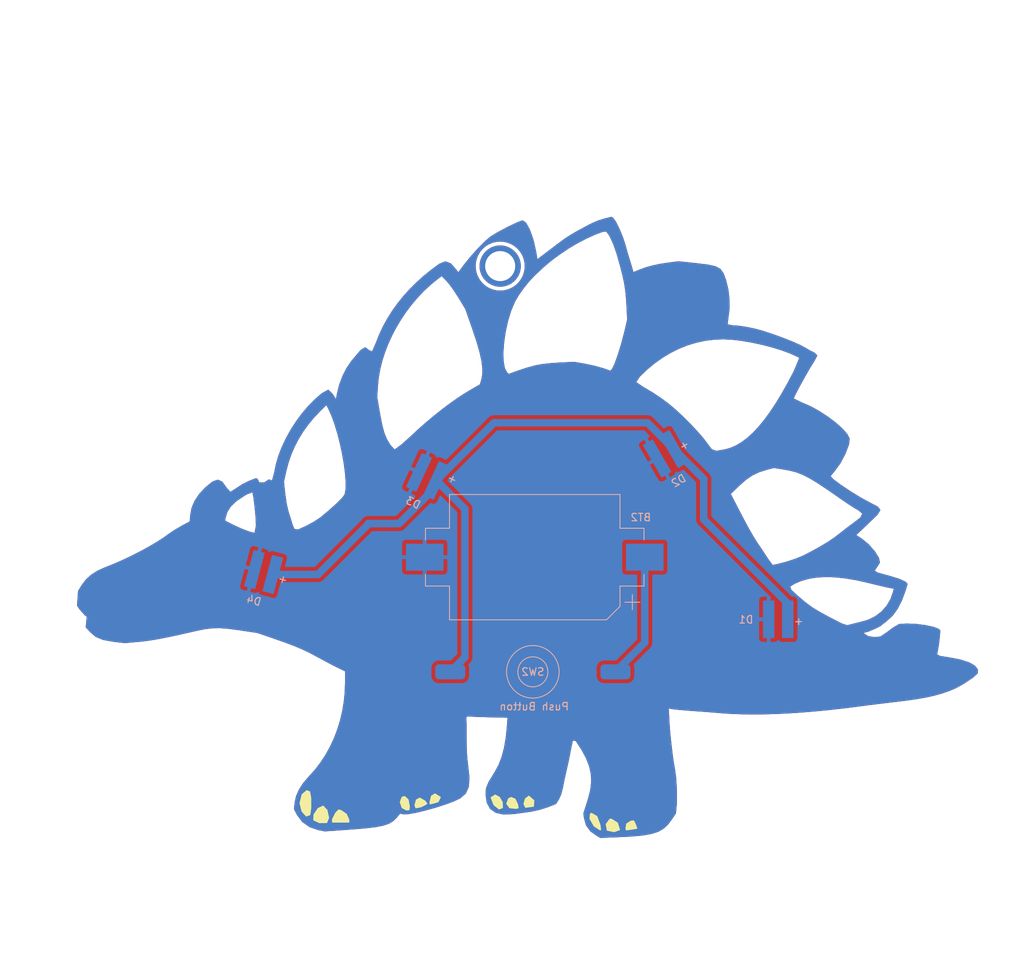
<source format=kicad_pcb>
(kicad_pcb (version 20221018) (generator pcbnew)
  (layers (0 "F.Cu" signal) (31 "B.Cu" signal) (34 "B.Paste" user) (35 "F.Paste" user) (36 "B.SilkS" user "B.Silkscreen") (37 "F.SilkS" user "F.Silkscreen") (38 "B.Mask" user) (39 "F.Mask" user) (44 "Edge.Cuts" user))
  (net 0 "")
  (net 1 "+3V0")
  (net 2 "GND")
  (net 3 "VCC")
  (footprint "Binary_Kitchen:dino" (layer "F.Cu") (at 13.9 -4)
    (fp_text reference "svg2mod" hide)
    (fp_text value "G***" hide)
    (fp_poly (pts (xy 70.174183 105.73156) (xy 69.661164 106.107041) (xy 69.440486 106.846406) (xy 69.685524 107.36904) (xy 70.841391 107.22103) (xy 70.902475 106.373665) (xy 70.174183 105.73156)) (fill solid) (layer "F.SilkS"))
    (fp_poly (pts (xy 65.682275 105.58825) (xy 65.064904 105.981655) (xy 65.463788 107.00959) (xy 66.195528 107.600693) (xy 66.71128 107.39018) (xy 66.700285 106.625929) (xy 66.289617 105.906875) (xy 65.682275 105.58825)) (fill solid) (layer "F.SilkS"))
    (fp_poly (pts (xy 42.783411 107.05891) (xy 42.054403 107.408776) (xy 41.49058 108.252027) (xy 41.460742 109.03704) (xy 42.268958 109.412144) (xy 43.295565 109.39649) (xy 43.578149 108.705429) (xy 43.346563 107.648531) (xy 42.783411 107.05891)) (fill solid) (layer "F.SilkS"))
    (fp_poly (pts (xy 55.643613 105.99232) (xy 55.138443 106.268463) (xy 54.927068 107.02132) (xy 55.084053 107.43973) (xy 55.808065 107.30089) (xy 56.482321 106.96495) (xy 56.667918 106.79344) (xy 56.364855 106.40816) (xy 55.643613 105.99232)) (fill solid) (layer "F.SilkS"))
    (fp_poly (pts (xy 57.671079 105.44259) (xy 57.148875 105.751173) (xy 56.947488 106.55147) (xy 56.947488 106.92266) (xy 57.344523 106.84276) (xy 58.138594 106.61254) (xy 58.461331 105.929035) (xy 57.671079 105.44257) (xy 57.671079 105.44259)) (fill solid) (layer "F.SilkS"))
    (fp_poly (pts (xy 81.164322 108.80916) (xy 80.910595 108.83506) (xy 80.393609 109.538165) (xy 80.555847 110.41146) (xy 81.534465 110.615815) (xy 82.322539 110.32916) (xy 82.017998 109.344804) (xy 81.164322 108.80915) (xy 81.164322 108.80916)) (fill solid) (layer "F.SilkS"))
    (fp_poly (pts (xy 84.169107 109.03704) (xy 83.729784 109.08164) (xy 83.131567 109.465305) (xy 83.022637 110.13649) (xy 83.116617 110.38316) (xy 83.849606 110.28456) (xy 84.629583 110.14361) (xy 84.420493 109.56802) (xy 84.169107 109.03704)) (fill solid) (layer "F.SilkS"))
    (fp_poly (pts (xy 44.829673 107.57811) (xy 44.392699 108.01509) (xy 43.955725 108.89609) (xy 43.955725 109.34011) (xy 45.111592 109.34011) (xy 46.26511 109.34011) (xy 46.26271 108.94307) (xy 45.917205 108.173923) (xy 45.198465 107.67209) (xy 44.829673 107.57811)) (fill solid) (layer "F.SilkS"))
    (fp_poly (pts (xy 53.639639 105.78556) (xy 53.237905 105.90068) (xy 52.975341 106.604392) (xy 53.23666 107.390238) (xy 53.84403 107.72375) (xy 54.276306 107.68145) (xy 54.323286 107.19514) (xy 54.15687 106.254564) (xy 53.639634 105.78555) (xy 53.639639 105.78556)) (fill solid) (layer "F.SilkS"))
    (fp_poly (pts (xy 67.799016 105.91712) (xy 67.406679 106.11682) (xy 67.152375 106.845114) (xy 67.594736 107.423876) (xy 68.473272 107.51231) (xy 68.813924 107.42311) (xy 68.731694 106.90156) (xy 68.380229 106.153086) (xy 67.799012 105.9172) (xy 67.799016 105.91712)) (fill solid) (layer "F.SilkS"))
    (fp_poly (pts (xy 78.518983 108.03858) (xy 78.302845 108.11848) (xy 78.234902 108.839654) (xy 78.811198 109.834726) (xy 79.592624 110.34564) (xy 79.794667 110.35064) (xy 79.710097 109.63644) (xy 79.264734 108.456145) (xy 78.51899 108.0389) (xy 78.518983 108.03858)) (fill solid) (layer "F.SilkS"))
    (fp_poly (pts (xy 40.577396 105.01267) (xy 39.922054 105.565909) (xy 39.625919 106.74647) (xy 39.908627 107.863737) (xy 40.510844 108.530896) (xy 41.063706 108.33931) (xy 41.20014 107.393242) (xy 41.189857 106.010425) (xy 41.040216 105.18417) (xy 40.577398 105.01267) (xy 40.577396 105.01267)) (fill solid) (layer "F.SilkS"))
    (fp_poly (pts (xy 81.197154 28.617824) (xy 80.250468 28.855272) (xy 79.339927 29.133683) (xy 78.321169 29.591273) (xy 76.794417 30.407387) (xy 75.746247 31.008545) (xy 74.876867 31.577522) (xy 73.89842 32.302622) (xy 73.120352 32.896244) (xy 72.249958 33.556373) (xy 71.313839 34.263744) (xy 71.137307 33.219469) (xy 70.78669 31.684774) (xy 70.320972 30.362611) (xy 69.818673 29.435481) (xy 69.358311 29.085882) (xy 68.638975 29.347332) (xy 67.346546 29.965261) (xy 65.976099 30.690036) (xy 65.022707 31.272022) (xy 64.260886 31.935524) (xy 63.302721 32.9099) (xy 62.318625 34.0128) (xy 61.47901 35.061869) (xy 60.77226 36.017256) (xy 60.597592 35.763024) (xy 59.794913 34.838908) (xy 59.048045 34.559066) (xy 58.243624 34.880985) (xy 57.153569 35.682191) (xy 56.124108 36.519609) (xy 55.156426 37.39176) (xy 54.251709 38.297165) (xy 53.411142 39.234344) (xy 52.635911 40.201819) (xy 51.9272 41.198108) (xy 51.286195 42.221734) (xy 50.714082 43.271217) (xy 50.212045 44.345077) (xy 49.781269 45.441835) (xy 49.284506 46.572609) (xy 48.858205 46.359305) (xy 48.38159 45.991689) (xy 47.742436 46.392052) (xy 46.547126 47.806992) (xy 45.910502 48.733496) (xy 45.361603 49.794776) (xy 44.927926 50.929282) (xy 44.636973 52.075465) (xy 44.481575 52.910885) (xy 44.074432 52.25697) (xy 43.465654 51.644733) (xy 42.562099 52.156267) (xy 41.64431 52.952212) (xy 40.762555 53.852142) (xy 39.927227 54.838668) (xy 39.14872 55.894403) (xy 38.437427 57.001956) (xy 37.803741 58.143941) (xy 37.258057 59.302967) (xy 36.810766 60.461647) (xy 36.472263 61.602592) (xy 36.25294 62.708413) (xy 35.965765 63.760768) (xy 35.545039 63.605976) (xy 34.940137 64.011892) (xy 34.285601 64.026194) (xy 34.079854 63.592322) (xy 33.874107 63.422006) (xy 32.888883 63.812988) (xy 31.996498 64.252272) (xy 31.234205 64.759673) (xy 30.423195 65.273545) (xy 29.930106 64.714914) (xy 29.356302 63.913246) (xy 28.75775 63.641883) (xy 28.030078 63.899732) (xy 27.068918 64.685697) (xy 26.251401 65.569963) (xy 25.645233 66.479707) (xy 25.252391 67.411159) (xy 25.07485 68.360549) (xy 25.013312 69.206536) (xy 23.923661 69.794562) (xy 23.002099 70.328932) (xy 22.316846 70.788487) (xy 21.557825 71.339382) (xy 20.634391 71.933981) (xy 19.582883 72.553118) (xy 18.439639 73.177626) (xy 17.240999 73.788335) (xy 16.023302 74.366079) (xy 14.822888 74.89169) (xy 13.676095 75.346) (xy 12.708947 75.782552) (xy 11.872744 76.320851) (xy 11.17801 76.952758) (xy 10.635266 77.670133) (xy 10.139858 78.479446) (xy 10.070237 79.456589) (xy 10.000002 80.433731) (xy 10.364876 80.970787) (xy 11.011953 81.704887) (xy 11.294156 81.902554) (xy 11.225786 82.61179) (xy 11.158029 83.321027) (xy 11.715597 83.940132) (xy 12.485636 84.60093) (xy 13.475611 85.008978) (xy 14.919283 85.260394) (xy 16.3707 85.43071) (xy 18.243557 85.264123) (xy 19.104302 85.170498) (xy 20.060237 85.030606) (xy 21.165269 84.834166) (xy 22.473303 84.570899) (xy 24.038245 84.230524) (xy 25.914002 83.80276) (xy 27.027746 83.575445) (xy 28.025515 83.455043) (xy 29.035232 83.439596) (xy 30.184817 83.527146) (xy 31.602192 83.715734) (xy 33.989727 84.072528) (xy 36.050305 84.778656) (xy 37.653124 85.34068) (xy 38.933741 85.823758) (xy 40.008744 86.277009) (xy 40.994722 86.749554) (xy 42.008264 87.29051) (xy 42.95145 87.803753) (xy 43.897857 88.302581) (xy 44.642571 88.679146) (xy 45.68871 89.187609) (xy 45.68871 90.68378) (xy 45.64528 91.976388) (xy 45.516553 93.25528) (xy 45.304875 94.514338) (xy 45.012594 95.747444) (xy 44.642055 96.948481) (xy 44.195604 98.11133) (xy 43.675589 99.229873) (xy 43.084355 100.297991) (xy 42.424248 101.309568) (xy 41.697615 102.258484) (xy 40.906803 103.138621) (xy 40.136234 104.0272) (xy 39.556328 104.914557) (xy 39.169304 105.796762) (xy 38.977382 106.669886) (xy 38.884136 107.535763) (xy 39.291279 108.330157) (xy 39.986433 109.253548) (xy 40.969364 109.947097) (xy 42.152467 110.349089) (xy 43.018345 110.511946) (xy 46.258704 110.2832) (xy 48.220662 110.126718) (xy 49.69769 109.956709) (xy 50.781662 109.749798) (xy 51.564451 109.482608) (xy 52.13793 109.131767) (xy 52.593971 108.673898) (xy 53.029086 108.145545) (xy 53.484713 108.2363) (xy 54.110985 108.218813) (xy 55.125985 108.039386) (xy 56.386842 107.738136) (xy 57.750688 107.355182) (xy 59.074652 106.930644) (xy 60.215867 106.504641) (xy 61.031462 106.117292) (xy 61.77005 105.487932) (xy 62.173331 104.599092) (xy 62.266434 103.341628) (xy 62.074493 101.606398) (xy 61.961792 100.616203) (xy 61.898075 99.367186) (xy 61.886772 97.925331) (xy 61.885651 96.187995) (xy 61.847607 95.338887) (xy 61.999276 95.182867) (xy 62.458187 95.222009) (xy 63.453086 95.266694) (xy 64.768468 95.307186) (xy 67.320725 95.370588) (xy 67.249239 96.401187) (xy 67.095622 97.968712) (xy 66.861838 99.349741) (xy 66.543063 100.56257) (xy 66.13447 101.625495) (xy 65.631236 102.556813) (xy 64.805616 103.915633) (xy 64.462501 104.736252) (xy 64.394268 105.51497) (xy 64.543727 106.66924) (xy 64.996726 107.509852) (xy 65.760196 108.041608) (xy 66.841068 108.26931) (xy 68.246273 108.19776) (xy 69.40247 108.035472) (xy 70.515706 107.878263) (xy 71.601326 107.643588) (xy 72.691278 107.29521) (xy 73.784659 106.865689) (xy 74.157613 106.290716) (xy 74.47181 105.604721) (xy 74.695912 104.749168) (xy 74.919737 103.621813) (xy 75.225508 102.267773) (xy 75.435954 101.338898) (xy 75.637617 100.360726) (xy 75.786807 99.5452) (xy 76.0277 98.425142) (xy 76.390724 98.447515) (xy 77.16239 99.629736) (xy 77.773742 100.760524) (xy 78.190977 101.833898) (xy 78.418639 102.885489) (xy 78.461271 103.950925) (xy 78.323417 105.065836) (xy 78.00962 106.265853) (xy 77.419729 108.113225) (xy 77.501776 108.727358) (xy 77.779432 109.722154) (xy 78.354975 110.506829) (xy 79.291962 111.167728) (xy 79.6817 111.382177) (xy 81.846705 111.296401) (xy 83.80126 111.197092) (xy 85.33135 111.056996) (xy 86.511906 110.851734) (xy 87.417861 110.556929) (xy 88.124145 110.1482) (xy 88.705693 109.601171) (xy 89.237434 108.891461) (xy 89.755221 108.113229) (xy 89.865246 106.958931) (xy 89.898124 105.91897) (xy 89.862188 104.565088) (xy 89.774012 103.253365) (xy 89.650176 102.339881) (xy 89.491125 101.454431) (xy 89.310322 100.164719) (xy 89.134142 98.691168) (xy 88.988962 97.254198) (xy 88.901157 96.074233) (xy 88.801705 94.139217) (xy 89.366111 94.23743) (xy 90.357951 94.346895) (xy 91.950692 94.47177) (xy 93.195971 94.560546) (xy 94.518171 94.662643) (xy 95.631137 94.755838) (xy 96.596866 94.829649) (xy 97.612391 94.883632) (xy 98.675784 94.917883) (xy 99.785116 94.932496) (xy 100.938456 94.92757) (xy 102.133876 94.903198) (xy 103.369445 94.859479) (xy 104.643236 94.796506) (xy 105.953317 94.714377) (xy 107.29776 94.613188) (xy 108.674635 94.493034) (xy 110.082012 94.354012) (xy 111.517963 94.196217) (xy 112.980558 94.019745) (xy 114.467867 93.824693) (xy 115.329246 93.712287) (xy 116.500853 93.566193) (xy 117.828755 93.405294) (xy 119.159022 93.248477) (xy 120.700954 93.056003) (xy 122.038382 92.857173) (xy 123.209164 92.643362) (xy 124.251158 92.405941) (xy 125.202223 92.136284) (xy 126.100217 91.825763) (xy 126.982998 91.465751) (xy 128.099414 90.845378) (xy 129.314947 90.02513) (xy 129.941778 89.469197) (xy 129.955055 88.918524) (xy 129.564974 88.419569) (xy 128.787033 87.981065) (xy 127.636729 87.611749) (xy 126.129561 87.320354) (xy 124.88676 87.125557) (xy 124.52934 86.916326) (xy 124.627785 86.440801) (xy 124.75982 85.728883) (xy 124.870834 84.797933) (xy 124.967183 83.710768) (xy 124.745268 83.527399) (xy 124.084593 83.262103) (xy 122.93861 83.019853) (xy 121.624177 82.853291) (xy 120.458152 82.815055) (xy 119.475 82.875) (xy 118.706202 83.310284) (xy 117.843122 83.96032) (xy 116.988443 84.534199) (xy 116.2 84.625) (xy 115.338096 84.484653) (xy 114.728044 84.075569) (xy 115.415199 83.889789) (xy 116.325 83.5) (xy 116.975 83.175) (xy 117.825 82.5) (xy 118.625 81.775) (xy 119.283603 80.861469) (xy 119.847322 79.755588) (xy 120.304644 78.522964) (xy 120.616676 77.512877) (xy 120.268594 77.211404) (xy 119.515754 76.862519) (xy 118.132181 76.438765) (xy 116.636746 76.029693) (xy 116.228207 75.776145) (xy 116.475009 75.410031) (xy 116.922555 74.696443) (xy 116.788416 74.065036) (xy 116.229212 73.172635) (xy 115.415136 72.244791) (xy 114.516378 71.507054) (xy 113.774193 71.030914) (xy 115.477362 69.415397) (xy 116.602892 68.32023) (xy 116.990339 67.690302) (xy 116.652687 67.243676) (xy 115.602916 66.698418) (xy 114.369263 66.025792) (xy 112.981605 65.173613) (xy 111.685902 64.306486) (xy 110.728111 63.589014) (xy 110.354191 63.185801) (xy 110.924812 62.492104) (xy 111.657426 61.479049) (xy 112.33038 60.204382) (xy 112.793475 58.996356) (xy 112.896507 58.183228) (xy 112.571793 57.562674) (xy 111.920157 56.822) (xy 111.017673 56.018364) (xy 109.940416 55.208927) (xy 108.764462 54.450848) (xy 107.565885 53.801288) (xy 106.420762 53.317406) (xy 105.447352 52.831321) (xy 105.683675 52.296404) (xy 106.26463 51.191679) (xy 107.000364 49.860557) (xy 107.701026 48.646451) (xy 108.17676 47.892771) (xy 108.597273 47.093437) (xy 108.199735 46.721071) (xy 107.658264 46.461417) (xy 106.949717 46.044157) (xy 106.281053 45.688238) (xy 105.278397 45.24524) (xy 104.047034 44.756926) (xy 102.692249 44.265058) (xy 101.319327 43.811399) (xy 100.302191 43.535697) (xy 99.201838 43.304902) (xy 98.168168 43.146317) (xy 97.351083 43.087243) (xy 96.636703 42.957731) (xy 96.748139 42.036752) (xy 96.898875 40.91346) (xy 96.891426 39.618819) (xy 96.734324 38.289028) (xy 96.436099 37.060287) (xy 96.102302 36.159159) (xy 95.689286 35.575247) (xy 95.021977 35.213713) (xy 93.925303 34.979717) (xy 92.224192 34.778422) (xy 90.076591 34.552785) (xy 88.848325 34.713777) (xy 87.690599 34.890041) (xy 86.675456 35.098572) (xy 85.774112 35.346092) (xy 84.957781 35.639328) (xy 84.088795 35.99177) (xy 83.92718 35.389448) (xy 83.552366 34.156209) (xy 83.316793 33.386791) (xy 83.050741 32.423832) (xy 82.712977 31.377581) (xy 82.259305 30.265536) (xy 81.79825 29.330553) (xy 81.438331 28.81549) (xy 81.197154 28.617824)) (stroke (width 0.00001)) (fill none) (layer "Edge.Cuts"))
    (pad "" thru_hole circle (at 66.35 35.2) (size 5.5 5.5) (drill 4) (layers "*.Cu" "*.Mask"))
    (zone (net 0) (net_name "") (layer "F.Cu") (connect_pads (clearance 0)) (min_thickness 0.254)
      (keepout (tracks not_allowed) (vias not_allowed) (pads not_allowed) (copperpour not_allowed) (footprints not_allowed))
      (fill (thermal_gap 0.508) (thermal_bridge_width 0.508))
      (polygon (pts (xy 47.724509 65.779014) (xy 47.685405 64.768503) (xy 47.5521 63.312379) (xy 47.385754 61.979803) (xy 47.247522 61.339938) (xy 46.419801 61.665664) (xy 45.104579 62.542018) (xy 44.396507 63.231696) (xy 43.922346 63.975597) (xy 43.687439 64.765338) (xy 43.638928 65.111459) (xy 44.649325 65.630209) (xy 45.811407 66.166315) (xy 46.911779 66.586125) (xy 47.536174 66.731589) (xy 47.724505 65.779014)))
    )
    (zone (net 0) (net_name "") (layer "F.Cu") (connect_pads (clearance 0)) (min_thickness 0.254)
      (keepout (tracks not_allowed) (vias not_allowed) (pads not_allowed) (copperpour not_allowed) (footprints not_allowed))
      (fill (thermal_gap 0.508) (thermal_bridge_width 0.508))
      (polygon (pts (xy 126.951242 78.91474) (xy 128.151462 78.614461) (xy 129.211607 78.320011) (xy 130.16483 77.852158) (xy 130.993616 77.226982) (xy 131.680452 76.460565) (xy 132.207822 75.568986) (xy 132.558213 74.568326) (xy 132.652878 74.180434) (xy 132.098218 74.082534) (xy 131.512237 73.956493) (xy 130.509198 73.720163) (xy 129.30625 73.424711) (xy 127.71763 73.065786) (xy 126.240735 72.812928) (xy 124.870915 72.666184) (xy 123.603519 72.625603) (xy 122.433897 72.691232) (xy 121.357398 72.863119) (xy 120.369373 73.141312) (xy 119.465172 73.525859) (xy 118.883579 73.887743) (xy 119.011003 74.313813) (xy 119.960074 75.1807) (xy 120.978709 76.038624) (xy 121.849428 76.678238) (xy 122.851501 77.28547) (xy 124.264198 78.046246) (xy 125.758389 78.812028) (xy 126.452878 79.036494) (xy 126.95129 78.914744)))
    )
    (zone (net 0) (net_name "") (layer "F.Cu") (connect_pads (clearance 0)) (min_thickness 0.254)
      (keepout (tracks not_allowed) (vias not_allowed) (pads not_allowed) (copperpour not_allowed) (footprints not_allowed))
      (fill (thermal_gap 0.508) (thermal_bridge_width 0.508))
      (polygon (pts (xy 54.44263 65.791042) (xy 55.474204 65.224504) (xy 56.301945 64.672388) (xy 57.448494 63.720366) (xy 58.464361 62.802737) (xy 59.208647 62.052974) (xy 59.540455 61.604549) (xy 59.655811 60.918928) (xy 59.669674 59.990038) (xy 59.592284 58.871281) (xy 59.433879 57.616057) (xy 59.204698 56.277767) (xy 58.914982 54.909812) (xy 58.574969 53.565594) (xy 58.194898 52.298513) (xy 57.785009 51.161971) (xy 57.35554 50.209368) (xy 57.109033 49.732677) (xy 56.388254 50.436197) (xy 55.532235 51.328963) (xy 54.754205 52.259699) (xy 54.054919 53.227075) (xy 53.435136 54.22976) (xy 52.89561 55.266423) (xy 52.4371 56.335732) (xy 52.06036 57.436358) (xy 51.766149 58.56697) (xy 51.464972 59.931835) (xy 51.635585 61.52599) (xy 51.835537 62.885065) (xy 52.07669 63.914028) (xy 52.336104 64.718512) (xy 52.579963 65.537881) (xy 52.845192 66.217944) (xy 53.336563 66.284727)))
    )
    (zone (net 0) (net_name "") (layer "F.Cu") (connect_pads (clearance 0)) (min_thickness 0.254)
      (keepout (tracks not_allowed) (vias not_allowed) (pads not_allowed) (copperpour not_allowed) (footprints not_allowed))
      (fill (thermal_gap 0.508) (thermal_bridge_width 0.508))
      (polygon (pts (xy 118.264002 70.603189) (xy 119.484316 70.209891) (xy 120.458197 69.81487) (xy 121.511708 69.285869) (xy 122.794878 68.580946) (xy 123.842016 67.952224) (xy 124.743785 67.342069) (xy 125.59085 66.692847) (xy 126.477295 65.995627) (xy 127.141064 65.507139) (xy 128.200199 64.698556) (xy 128.451985 64.16988) (xy 127.971033 63.764455) (xy 127.42467 63.448741) (xy 126.582004 62.905002) (xy 125.625468 62.250954) (xy 123.900976 61.051213) (xy 122.533586 60.140691) (xy 121.430506 59.47221) (xy 120.498947 58.998597) (xy 119.646118 58.672674) (xy 118.779227 58.447267) (xy 117.805486 58.275199) (xy 116.676234 58.103239) (xy 115.796431 58.329583) (xy 114.750982 58.659772) (xy 113.838836 59.094445) (xy 112.983177 59.677841) (xy 112.107187 60.454198) (xy 110.971076 61.560184) (xy 112.002283 63.56707) (xy 112.753082 65.006303) (xy 113.405965 66.209427) (xy 113.973335 67.198054) (xy 114.467595 67.993796) (xy 114.901148 68.618264) (xy 115.449323 69.451983) (xy 115.990608 70.277528) (xy 116.531892 71.004183) (xy 117.037091 70.912152) (xy 118.264002 70.603186)))
    )
    (zone (net 0) (net_name "") (layer "F.Cu") (connect_pads (clearance 0)) (min_thickness 0.254)
      (keepout (tracks not_allowed) (vias not_allowed) (pads not_allowed) (copperpour not_allowed) (footprints not_allowed))
      (fill (thermal_gap 0.508) (thermal_bridge_width 0.508))
      (polygon (pts (xy 110.168836 55.614325) (xy 110.906141 55.403703) (xy 111.639958 55.083573) (xy 112.372558 54.651367) (xy 113.106213 54.104512) (xy 113.843193 53.440438) (xy 114.58577 52.656574) (xy 115.336215 51.75035) (xy 116.096797 50.719195) (xy 116.86979 49.560538) (xy 117.657463 48.271808) (xy 118.462087 46.850435) (xy 119.285934 45.293849) (xy 119.76633 44.178458) (xy 120.061499 43.423922) (xy 119.812291 43.293198) (xy 118.852702 42.852123) (xy 117.708181 42.428364) (xy 116.432127 42.034565) (xy 115.077937 41.683371) (xy 113.699009 41.387422) (xy 112.348739 41.159365) (xy 111.080526 41.011841) (xy 109.947766 40.957494) (xy 108.736152 41.005828) (xy 107.538089 41.158031) (xy 106.357038 41.412553) (xy 105.196457 41.767844) (xy 104.059806 42.222353) (xy 102.950542 42.774529) (xy 101.872126 43.422824) (xy 100.828017 44.165685) (xy 99.821672 45.001563) (xy 98.856553 45.928907) (xy 98.373905 46.651368) (xy 99.355132 47.320216) (xy 100.513514 47.998002) (xy 101.63684 48.741682) (xy 102.696319 49.531033) (xy 103.663158 50.345835) (xy 104.650123 51.270802) (xy 105.634284 52.256247) (xy 106.539931 53.221482) (xy 107.291356 54.085816) (xy 107.81285 54.768557) (xy 108.429515 55.591312) (xy 109.034197 55.808385)))
    )
    (zone (net 0) (net_name "") (layer "F.Cu") (connect_pads (clearance 0)) (min_thickness 0.254)
      (keepout (tracks not_allowed) (vias not_allowed) (pads not_allowed) (copperpour not_allowed) (footprints not_allowed))
      (fill (thermal_gap 0.508) (thermal_bridge_width 0.508))
      (polygon (pts (xy 67.049283 55.000869) (xy 67.789792 54.349394) (xy 68.44638 53.745875) (xy 69.39377 52.866864) (xy 70.379268 51.99914) (xy 71.386477 51.155438) (xy 72.399003 50.348494) (xy 73.400449 49.591045) (xy 74.374419 48.895825) (xy 75.304518 48.27557) (xy 76.17435 47.743017) (xy 77.54941 46.944489) (xy 77.739405 46.299592) (xy 77.867919 45.603148) (xy 77.871493 44.777264) (xy 77.744583 43.791174) (xy 77.481644 42.614108) (xy 77.07713 41.215299) (xy 76.525496 39.563978) (xy 75.604313 36.937481) (xy 74.662243 35.378046) (xy 74.101004 34.505127) (xy 73.535224 33.71569) (xy 73.08739 33.180644) (xy 72.454607 32.542676) (xy 71.903649 32.962833) (xy 70.982526 33.715769) (xy 70.100091 34.53747) (xy 69.260316 35.420817) (xy 68.467175 36.358691) (xy 67.72464 37.343974) (xy 67.036684 38.369547) (xy 66.407281 39.42829) (xy 65.840403 40.513085) (xy 65.340022 41.616813) (xy 64.910113 42.732355) (xy 64.554648 43.852593) (xy 64.277599 44.970407) (xy 64.082941 46.078679) (xy 63.974645 47.17029) (xy 63.885201 48.685886) (xy 64.264383 50.87841) (xy 64.548596 52.355744) (xy 64.838692 53.432972) (xy 65.189523 54.274294) (xy 65.655947 55.043914) (xy 66.191747 55.626304) (xy 67.049282 55.000875)))
    )
    (zone (net 0) (net_name "") (layer "F.Cu") (connect_pads (clearance 0)) (min_thickness 0.254)
      (keepout (tracks not_allowed) (vias not_allowed) (pads not_allowed) (copperpour not_allowed) (footprints not_allowed))
      (fill (thermal_gap 0.508) (thermal_bridge_width 0.508))
      (polygon (pts (xy 84.914141 44.419024) (xy 85.778342 44.262287) (xy 86.898068 44.131401) (xy 88.096417 44.047045) (xy 90.117212 43.954124) (xy 91.560637 44.206263) (xy 92.861928 44.483367) (xy 93.963625 44.795525) (xy 94.923189 45.132649) (xy 95.138523 44.888472) (xy 95.458034 44.247134) (xy 95.89792 43.02739) (xy 96.365679 41.50836) (xy 96.768808 39.969164) (xy 97.152613 38.325222) (xy 97.072514 36.721458) (xy 96.998418 35.492688) (xy 96.896605 34.445768) (xy 96.743772 33.454895) (xy 96.516619 32.394264) (xy 96.191842 31.138069) (xy 95.746141 29.560507) (xy 95.293089 28.263185) (xy 94.77929 27.163753) (xy 94.358418 26.591041) (xy 93.8639 26.655262) (xy 92.897847 27.018186) (xy 91.668327 27.584054) (xy 90.383408 28.257105) (xy 89.25116 28.941579) (xy 88.197977 29.658599) (xy 87.336576 30.285761) (xy 86.561521 30.907666) (xy 85.767378 31.608913) (xy 84.848714 32.474104) (xy 84.117578 33.253935) (xy 83.373547 34.179615) (xy 82.7077 35.12995) (xy 82.211115 35.983748) (xy 81.714592 37.168914) (xy 81.304394 38.516892) (xy 80.989762 39.944239) (xy 80.77994 41.367511) (xy 80.684168 42.703266) (xy 80.711691 43.86806) (xy 80.871749 44.778451) (xy 81.173586 45.350995) (xy 81.384828 45.562235) (xy 82.568745 45.130159) (xy 83.746072 44.743031) (xy 84.914143 44.419024)))
    )
    (zone (net 0) (net_name "") (layer "B.Cu") (connect_pads (clearance 0)) (min_thickness 0.254)
      (keepout (tracks not_allowed) (vias not_allowed) (pads not_allowed) (copperpour not_allowed) (footprints not_allowed))
      (fill (thermal_gap 0.508) (thermal_bridge_width 0.508))
      (polygon (pts (xy 47.724509 65.779014) (xy 47.685405 64.768503) (xy 47.5521 63.312379) (xy 47.385754 61.979803) (xy 47.247522 61.339938) (xy 46.419801 61.665664) (xy 45.104579 62.542018) (xy 44.396507 63.231696) (xy 43.922346 63.975597) (xy 43.687439 64.765338) (xy 43.638928 65.111459) (xy 44.649325 65.630209) (xy 45.811407 66.166315) (xy 46.911779 66.586125) (xy 47.536174 66.731589) (xy 47.724505 65.779014)))
    )
    (zone (net 0) (net_name "") (layer "B.Cu") (connect_pads (clearance 0)) (min_thickness 0.254)
      (keepout (tracks not_allowed) (vias not_allowed) (pads not_allowed) (copperpour not_allowed) (footprints not_allowed))
      (fill (thermal_gap 0.508) (thermal_bridge_width 0.508))
      (polygon (pts (xy 126.951242 78.91474) (xy 128.151462 78.614461) (xy 129.211607 78.320011) (xy 130.16483 77.852158) (xy 130.993616 77.226982) (xy 131.680452 76.460565) (xy 132.207822 75.568986) (xy 132.558213 74.568326) (xy 132.652878 74.180434) (xy 132.098218 74.082534) (xy 131.512237 73.956493) (xy 130.509198 73.720163) (xy 129.30625 73.424711) (xy 127.71763 73.065786) (xy 126.240735 72.812928) (xy 124.870915 72.666184) (xy 123.603519 72.625603) (xy 122.433897 72.691232) (xy 121.357398 72.863119) (xy 120.369373 73.141312) (xy 119.465172 73.525859) (xy 118.883579 73.887743) (xy 119.011003 74.313813) (xy 119.960074 75.1807) (xy 120.978709 76.038624) (xy 121.849428 76.678238) (xy 122.851501 77.28547) (xy 124.264198 78.046246) (xy 125.758389 78.812028) (xy 126.452878 79.036494) (xy 126.95129 78.914744)))
    )
    (zone (net 0) (net_name "") (layer "B.Cu") (connect_pads (clearance 0)) (min_thickness 0.254)
      (keepout (tracks not_allowed) (vias not_allowed) (pads not_allowed) (copperpour not_allowed) (footprints not_allowed))
      (fill (thermal_gap 0.508) (thermal_bridge_width 0.508))
      (polygon (pts (xy 54.44263 65.791042) (xy 55.474204 65.224504) (xy 56.301945 64.672388) (xy 57.448494 63.720366) (xy 58.464361 62.802737) (xy 59.208647 62.052974) (xy 59.540455 61.604549) (xy 59.655811 60.918928) (xy 59.669674 59.990038) (xy 59.592284 58.871281) (xy 59.433879 57.616057) (xy 59.204698 56.277767) (xy 58.914982 54.909812) (xy 58.574969 53.565594) (xy 58.194898 52.298513) (xy 57.785009 51.161971) (xy 57.35554 50.209368) (xy 57.109033 49.732677) (xy 56.388254 50.436197) (xy 55.532235 51.328963) (xy 54.754205 52.259699) (xy 54.054919 53.227075) (xy 53.435136 54.22976) (xy 52.89561 55.266423) (xy 52.4371 56.335732) (xy 52.06036 57.436358) (xy 51.766149 58.56697) (xy 51.464972 59.931835) (xy 51.635585 61.52599) (xy 51.835537 62.885065) (xy 52.07669 63.914028) (xy 52.336104 64.718512) (xy 52.579963 65.537881) (xy 52.845192 66.217944) (xy 53.336563 66.284727)))
    )
    (zone (net 0) (net_name "") (layer "B.Cu") (connect_pads (clearance 0)) (min_thickness 0.254)
      (keepout (tracks not_allowed) (vias not_allowed) (pads not_allowed) (copperpour not_allowed) (footprints not_allowed))
      (fill (thermal_gap 0.508) (thermal_bridge_width 0.508))
      (polygon (pts (xy 118.264002 70.603189) (xy 119.484316 70.209891) (xy 120.458197 69.81487) (xy 121.511708 69.285869) (xy 122.794878 68.580946) (xy 123.842016 67.952224) (xy 124.743785 67.342069) (xy 125.59085 66.692847) (xy 126.477295 65.995627) (xy 127.141064 65.507139) (xy 128.200199 64.698556) (xy 128.451985 64.16988) (xy 127.971033 63.764455) (xy 127.42467 63.448741) (xy 126.582004 62.905002) (xy 125.625468 62.250954) (xy 123.900976 61.051213) (xy 122.533586 60.140691) (xy 121.430506 59.47221) (xy 120.498947 58.998597) (xy 119.646118 58.672674) (xy 118.779227 58.447267) (xy 117.805486 58.275199) (xy 116.676234 58.103239) (xy 115.796431 58.329583) (xy 114.750982 58.659772) (xy 113.838836 59.094445) (xy 112.983177 59.677841) (xy 112.107187 60.454198) (xy 110.971076 61.560184) (xy 112.002283 63.56707) (xy 112.753082 65.006303) (xy 113.405965 66.209427) (xy 113.973335 67.198054) (xy 114.467595 67.993796) (xy 114.901148 68.618264) (xy 115.449323 69.451983) (xy 115.990608 70.277528) (xy 116.531892 71.004183) (xy 117.037091 70.912152) (xy 118.264002 70.603186)))
    )
    (zone (net 0) (net_name "") (layer "B.Cu") (connect_pads (clearance 0)) (min_thickness 0.254)
      (keepout (tracks not_allowed) (vias not_allowed) (pads not_allowed) (copperpour not_allowed) (footprints not_allowed))
      (fill (thermal_gap 0.508) (thermal_bridge_width 0.508))
      (polygon (pts (xy 110.168836 55.614325) (xy 110.906141 55.403703) (xy 111.639958 55.083573) (xy 112.372558 54.651367) (xy 113.106213 54.104512) (xy 113.843193 53.440438) (xy 114.58577 52.656574) (xy 115.336215 51.75035) (xy 116.096797 50.719195) (xy 116.86979 49.560538) (xy 117.657463 48.271808) (xy 118.462087 46.850435) (xy 119.285934 45.293849) (xy 119.76633 44.178458) (xy 120.061499 43.423922) (xy 119.812291 43.293198) (xy 118.852702 42.852123) (xy 117.708181 42.428364) (xy 116.432127 42.034565) (xy 115.077937 41.683371) (xy 113.699009 41.387422) (xy 112.348739 41.159365) (xy 111.080526 41.011841) (xy 109.947766 40.957494) (xy 108.736152 41.005828) (xy 107.538089 41.158031) (xy 106.357038 41.412553) (xy 105.196457 41.767844) (xy 104.059806 42.222353) (xy 102.950542 42.774529) (xy 101.872126 43.422824) (xy 100.828017 44.165685) (xy 99.821672 45.001563) (xy 98.856553 45.928907) (xy 98.373905 46.651368) (xy 99.355132 47.320216) (xy 100.513514 47.998002) (xy 101.63684 48.741682) (xy 102.696319 49.531033) (xy 103.663158 50.345835) (xy 104.650123 51.270802) (xy 105.634284 52.256247) (xy 106.539931 53.221482) (xy 107.291356 54.085816) (xy 107.81285 54.768557) (xy 108.429515 55.591312) (xy 109.034197 55.808385)))
    )
    (zone (net 0) (net_name "") (layer "B.Cu") (connect_pads (clearance 0)) (min_thickness 0.254)
      (keepout (tracks not_allowed) (vias not_allowed) (pads not_allowed) (copperpour not_allowed) (footprints not_allowed))
      (fill (thermal_gap 0.508) (thermal_bridge_width 0.508))
      (polygon (pts (xy 67.049283 55.000869) (xy 67.789792 54.349394) (xy 68.44638 53.745875) (xy 69.39377 52.866864) (xy 70.379268 51.99914) (xy 71.386477 51.155438) (xy 72.399003 50.348494) (xy 73.400449 49.591045) (xy 74.374419 48.895825) (xy 75.304518 48.27557) (xy 76.17435 47.743017) (xy 77.54941 46.944489) (xy 77.739405 46.299592) (xy 77.867919 45.603148) (xy 77.871493 44.777264) (xy 77.744583 43.791174) (xy 77.481644 42.614108) (xy 77.07713 41.215299) (xy 76.525496 39.563978) (xy 75.604313 36.937481) (xy 74.662243 35.378046) (xy 74.101004 34.505127) (xy 73.535224 33.71569) (xy 73.08739 33.180644) (xy 72.454607 32.542676) (xy 71.903649 32.962833) (xy 70.982526 33.715769) (xy 70.100091 34.53747) (xy 69.260316 35.420817) (xy 68.467175 36.358691) (xy 67.72464 37.343974) (xy 67.036684 38.369547) (xy 66.407281 39.42829) (xy 65.840403 40.513085) (xy 65.340022 41.616813) (xy 64.910113 42.732355) (xy 64.554648 43.852593) (xy 64.277599 44.970407) (xy 64.082941 46.078679) (xy 63.974645 47.17029) (xy 63.885201 48.685886) (xy 64.264383 50.87841) (xy 64.548596 52.355744) (xy 64.838692 53.432972) (xy 65.189523 54.274294) (xy 65.655947 55.043914) (xy 66.191747 55.626304) (xy 67.049282 55.000875)))
    )
    (zone (net 0) (net_name "") (layer "B.Cu") (connect_pads (clearance 0)) (min_thickness 0.254)
      (keepout (tracks not_allowed) (vias not_allowed) (pads not_allowed) (copperpour not_allowed) (footprints not_allowed))
      (fill (thermal_gap 0.508) (thermal_bridge_width 0.508))
      (polygon (pts (xy 84.914141 44.419024) (xy 85.778342 44.262287) (xy 86.898068 44.131401) (xy 88.096417 44.047045) (xy 90.117212 43.954124) (xy 91.560637 44.206263) (xy 92.861928 44.483367) (xy 93.963625 44.795525) (xy 94.923189 45.132649) (xy 95.138523 44.888472) (xy 95.458034 44.247134) (xy 95.89792 43.02739) (xy 96.365679 41.50836) (xy 96.768808 39.969164) (xy 97.152613 38.325222) (xy 97.072514 36.721458) (xy 96.998418 35.492688) (xy 96.896605 34.445768) (xy 96.743772 33.454895) (xy 96.516619 32.394264) (xy 96.191842 31.138069) (xy 95.746141 29.560507) (xy 95.293089 28.263185) (xy 94.77929 27.163753) (xy 94.358418 26.591041) (xy 93.8639 26.655262) (xy 92.897847 27.018186) (xy 91.668327 27.584054) (xy 90.383408 28.257105) (xy 89.25116 28.941579) (xy 88.197977 29.658599) (xy 87.336576 30.285761) (xy 86.561521 30.907666) (xy 85.767378 31.608913) (xy 84.848714 32.474104) (xy 84.117578 33.253935) (xy 83.373547 34.179615) (xy 82.7077 35.12995) (xy 82.211115 35.983748) (xy 81.714592 37.168914) (xy 81.304394 38.516892) (xy 80.989762 39.944239) (xy 80.77994 41.367511) (xy 80.684168 42.703266) (xy 80.711691 43.86806) (xy 80.871749 44.778451) (xy 81.173586 45.350995) (xy 81.384828 45.562235) (xy 82.568745 45.130159) (xy 83.746072 44.743031) (xy 84.914143 44.419024)))
    )
  )
  (footprint "Binary_Kitchen:5mm_SMD-Pad" (layer "B.Cu") (at 47.324515 76.23376 -15)
    (fp_text reference "D4" (at 0 -0.5 165) (layer "B.SilkS") (effects (justify mirror)))
    (fp_text value "LED")
    (fp_text user "+" (at 3 -4.25 165) (layer "B.SilkS") (effects (justify mirror)))
    (pad "1" smd rect (at -1 -4.5 345) (size 1.524 5) (layers "B.Cu" "B.Paste" "B.Mask") (net 2 "GND"))
    (pad "2" smd rect (at 1.54 -4.5 345) (size 1.524 5) (layers "B.Cu" "B.Paste" "B.Mask") (net 3 "VCC"))
  )
  (footprint "Binary_Kitchen:BatteryHolder_Keystone_1060_1x2032_HandSoldering" (layer "B.Cu") (at 84.85 69.975 180)
    (fp_text reference "BT2" (at -14.125 5.3) (layer "B.SilkS") (effects (justify mirror)))
    (fp_text value "Battery_Cell")
    (fp_line (start -14.55 -3.85) (end -14.55 -2.3) (stroke (width 0.12)) (layer "B.SilkS"))
    (fp_line (start -14.55 3.85) (end -14.55 2.3) (stroke (width 0.12)) (layer "B.SilkS"))
    (fp_line (start -13 -5) (end -13 -7) (stroke (width 0.12)) (layer "B.SilkS"))
    (fp_line (start -12 -6) (end -14 -6) (stroke (width 0.12)) (layer "B.SilkS"))
    (fp_line (start -11.35 -6.55) (end -11.35 -3.85) (stroke (width 0.12)) (layer "B.SilkS"))
    (fp_line (start -11.35 -3.85) (end -14.55 -3.85) (stroke (width 0.12)) (layer "B.SilkS"))
    (fp_line (start -11.35 3.85) (end -14.55 3.85) (stroke (width 0.12)) (layer "B.SilkS"))
    (fp_line (start -11.35 8.35) (end -11.35 3.85) (stroke (width 0.12)) (layer "B.SilkS"))
    (fp_line (start -11.35 8.35) (end 11.35 8.35) (stroke (width 0.12)) (layer "B.SilkS"))
    (fp_line (start -9.55 -8.35) (end -11.35 -6.55) (stroke (width 0.12)) (layer "B.SilkS"))
    (fp_line (start 11.35 -8.35) (end -9.55 -8.35) (stroke (width 0.12)) (layer "B.SilkS"))
    (fp_line (start 11.35 -8.35) (end 11.35 -3.85) (stroke (width 0.12)) (layer "B.SilkS"))
    (fp_line (start 11.35 -3.85) (end 14.55 -3.85) (stroke (width 0.12)) (layer "B.SilkS"))
    (fp_line (start 11.35 3.85) (end 14.55 3.85) (stroke (width 0.12)) (layer "B.SilkS"))
    (fp_line (start 11.35 8.35) (end 11.35 3.85) (stroke (width 0.12)) (layer "B.SilkS"))
    (fp_line (start 14.55 -3.85) (end 14.55 -2.3) (stroke (width 0.12)) (layer "B.SilkS"))
    (fp_line (start 14.55 3.85) (end 14.55 2.3) (stroke (width 0.12)) (layer "B.SilkS"))
    (pad "1" smd rect (at -14.65 0) (size 5 3.6) (layers "B.Cu" "B.Paste" "B.Mask") (net 1 "+3V0"))
    (pad "2" smd rect (at 14.65 0) (size 5 3.6) (layers "B.Cu" "B.Paste" "B.Mask") (net 2 "GND"))
  )
  (footprint "Binary_Kitchen:Push_Button" (layer "B.Cu") (at 72.6 85.25)
    (fp_text reference "SW2" (at 12 0) (layer "B.SilkS") (effects (justify mirror)))
    (fp_text value "SW_DIP_x01")
    (fp_text user "Push Button" (at 12.175 4.625) (layer "B.SilkS") (effects (justify mirror)))
    (fp_circle (center 12 0) (end 14 0) (stroke (width 0.12)) (fill none) (layer "B.SilkS"))
    (fp_circle (center 12 0) (end 15.5 0) (stroke (width 0.12)) (fill none) (layer "B.SilkS"))
    (pad "1" smd roundrect (at 1 0) (size 4 2) (layers "B.Cu" "B.Paste" "B.Mask") (net 3 "VCC"))
    (pad "2" smd roundrect (at 23 0) (size 4 2) (layers "B.Cu" "B.Paste" "B.Mask") (net 1 "+3V0"))
  )
  (footprint "Binary_Kitchen:5mm_SMD-Pad" (layer "B.Cu") (at 104.266173 60.231589 30)
    (fp_text reference "D2" (at 0 -0.5 210) (layer "B.SilkS") (effects (justify mirror)))
    (fp_text value "LED")
    (fp_text user "+" (at 3 -4.25 210) (layer "B.SilkS") (effects (justify mirror)))
    (pad "1" smd rect (at -1 -4.5 30) (size 1.524 5) (layers "B.Cu" "B.Paste" "B.Mask") (net 2 "GND"))
    (pad "2" smd rect (at 1.54 -4.5 30) (size 1.524 5) (layers "B.Cu" "B.Paste" "B.Mask") (net 3 "VCC"))
  )
  (footprint "Binary_Kitchen:5mm_SMD-Pad" (layer "B.Cu") (at 117 82.75)
    (fp_text reference "D1" (at -4.025 -4.45 180) (layer "B.SilkS") (effects (justify mirror)))
    (fp_text value "LED")
    (fp_text user "+" (at 3 -4.25 180) (layer "B.SilkS") (effects (justify mirror)))
    (pad "1" smd rect (at -1 -4.5) (size 1.524 5) (layers "B.Cu" "B.Paste" "B.Mask") (net 2 "GND"))
    (pad "2" smd rect (at 1.54 -4.5) (size 1.524 5) (layers "B.Cu" "B.Paste" "B.Mask") (net 3 "VCC"))
  )
  (footprint "Binary_Kitchen:5mm_SMD-Pad" (layer "B.Cu") (at 68.452504 63.177553 -25)
    (fp_text reference "D3" (at 0 -0.5 155) (layer "B.SilkS") (effects (justify mirror)))
    (fp_text value "LED")
    (fp_text user "+" (at 3.370815 -5.601983 155) (layer "B.SilkS") (effects (justify mirror)))
    (pad "1" smd rect (at -1 -4.5 335) (size 1.524 5) (layers "B.Cu" "B.Paste" "B.Mask") (net 2 "GND"))
    (pad "2" smd rect (at 1.54 -4.5 335) (size 1.524 5) (layers "B.Cu" "B.Paste" "B.Mask") (net 3 "VCC"))
  )
  (segment (start 99.5 81.35) (end 99.5 69.975) (width 1) (layer "B.Cu") (net 1))
  (segment (start 95.6 85.25) (end 99.5 81.35) (width 1) (layer "B.Cu") (net 1))
  (segment (start 66.8 65.5) (end 71.75 60.55) (width 1) (layer "B.Cu") (net 3))
  (segment (start 118.54 78.25) (end 118.54 76.128) (width 1) (layer "B.Cu") (net 3))
  (segment (start 71.75 59.75) (end 79.425 52.075) (width 1) (layer "B.Cu") (net 3))
  (segment (start 75.55 83.3) (end 75.55 63.55) (width 1) (layer "B.Cu") (net 3))
  (segment (start 99.860377 52.075) (end 103.349852 55.564475) (width 1) (layer "B.Cu") (net 3))
  (segment (start 79.425 52.075) (end 99.860377 52.075) (width 1) (layer "B.Cu") (net 3))
  (segment (start 62.7 65.575) (end 62.7 65.5) (width 1) (layer "B.Cu") (net 3))
  (segment (start 118.54 76.128) (end 107.35 64.938) (width 1) (layer "B.Cu") (net 3))
  (segment (start 107.35 59.564623) (end 103.349852 55.564475) (width 1) (layer "B.Cu") (net 3))
  (segment (start 75.55 63.55) (end 71.75 59.75) (width 1) (layer "B.Cu") (net 3))
  (segment (start 62.7 65.5) (end 66.8 65.5) (width 1) (layer "B.Cu") (net 3))
  (segment (start 49.976726 72.285675) (end 55.989325 72.285675) (width 1) (layer "B.Cu") (net 3))
  (segment (start 71.75 60.55) (end 71.75 59.75) (width 1) (layer "B.Cu") (net 3))
  (segment (start 55.989325 72.285675) (end 62.7 65.575) (width 1) (layer "B.Cu") (net 3))
  (segment (start 107.35 64.938) (end 107.35 59.564623) (width 1) (layer "B.Cu") (net 3))
  (segment (start 73.6 85.25) (end 75.55 83.3) (width 1) (layer "B.Cu") (net 3))
  (zone (net 0) (net_name "") (layer "F.Cu") (connect_pads (clearance 0.508)) (min_thickness 0.254) (fill yes (thermal_gap 0.508) (thermal_bridge_width 0.508))
    (polygon (pts (xy 150 125) (xy 19.5 124) (xy 22.5 18.5) (xy 22.5 19.5) (xy 148.5 18.5)))
  )
  (zone (net 2) (net_name "GND") (layer "B.Cu") (connect_pads (clearance 0.508)) (min_thickness 0.254) (fill yes (thermal_gap 0.508) (thermal_bridge_width 0.508))
    (polygon (pts (xy 146.5 122) (xy 16 121) (xy 19 15.5) (xy 19 16.5) (xy 145 15.5)))
  )
)
</source>
